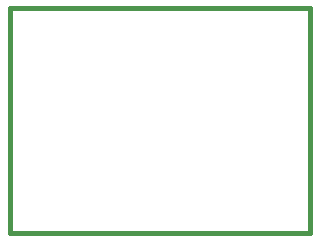
<source format=gbr>
G04 (created by PCBNEW (2013-jul-07)-stable) date Wed 24 Jun 2015 12:24:46 PM PDT*
%MOIN*%
G04 Gerber Fmt 3.4, Leading zero omitted, Abs format*
%FSLAX34Y34*%
G01*
G70*
G90*
G04 APERTURE LIST*
%ADD10C,0.00590551*%
%ADD11C,0.015*%
G04 APERTURE END LIST*
G54D10*
G54D11*
X30000Y-27500D02*
X20000Y-27500D01*
X30000Y-20000D02*
X30000Y-27500D01*
X20000Y-20000D02*
X30000Y-20000D01*
X20000Y-20000D02*
X20000Y-27500D01*
M02*

</source>
